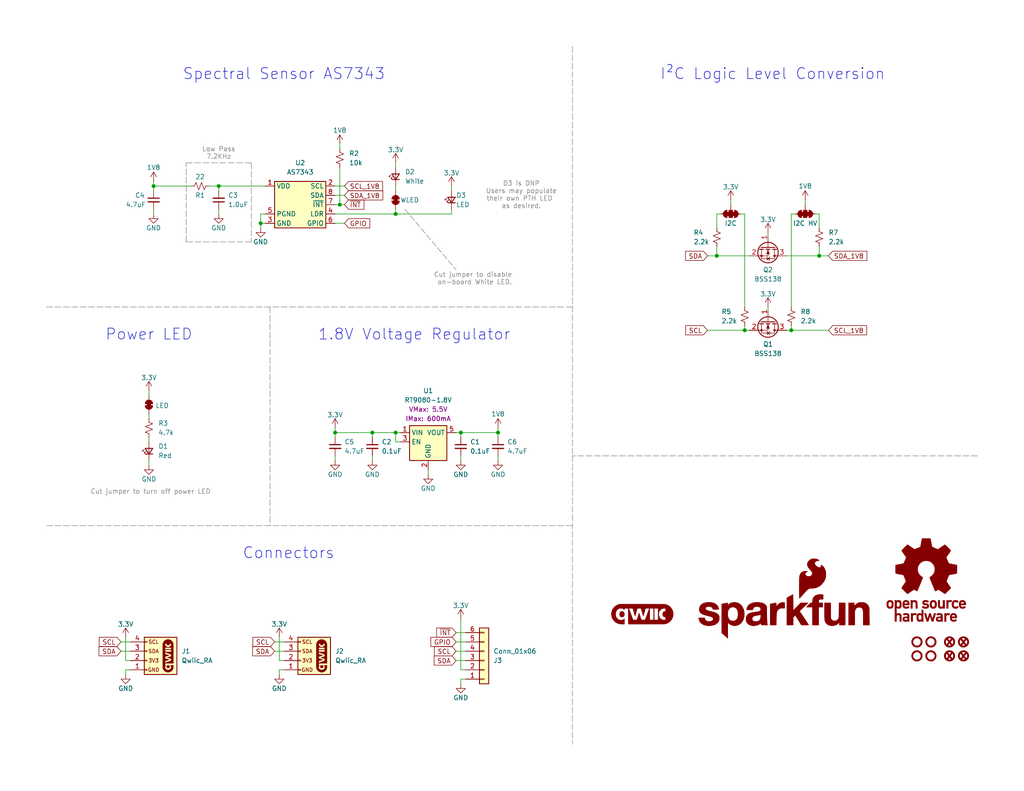
<source format=kicad_sch>
(kicad_sch (version 20231120) (generator "eeschema") (generator_version "8.0")
  (paper "USLetter")
  (title_block (title "SparkFun Spectral Sensor Breakout AS7353 Qwiic") (date "2025-04-01") (rev "v01") (comment 1 "Based off the AS726X by N. Seidle") (comment 2 "Designed by: P. Lewis"))
  (lib_symbols
    (symbol "AS7343:AS7343"
      (property "Reference" "U" (at 0 7.62 0))
      (property "Value" "AS7343" (at 0 -7.874 0))
      (symbol "AS7343_1_1"
        (pin power_in line (at -8.89 5.08 0) (length 2.54) (name "VDD") (number "1"))
        (pin input line (at 10.16 5.08 180) (length 2.54) (name "SCL") (number "2"))
        (pin power_in line (at -8.89 -5.08 0) (length 2.54) (name "GND") (number "3"))
        (pin output line (at 10.16 -2.54 180) (length 2.54) (name "LDR") (number "4"))
        (pin power_in line (at -8.89 -2.54 0) (length 2.54) (name "PGND") (number "5"))
        (pin bidirectional line (at 10.16 -5.08 180) (length 2.54) (name "GPIO") (number "6"))
        (pin output line (at 10.16 0 180) (length 2.54) (name "~{INT}") (number "7"))
        (pin bidirectional line (at 10.16 2.54 180) (length 2.54) (name "SDA") (number "8"))
      )
    )
    (symbol "AS7343:LED_White_3014_LUXEON" (pin_numbers hide) (pin_names (offset 1.016) hide)
      (property "Reference" "D" (at 0 2.54 0))
      (property "Value" "White" (at 0 -2.54 0))
      (symbol "LED_White_3014_LUXEON_1_1"
        (pin passive line (at -2.54 0 0) (length 1.778) (name "K") (number "1"))
        (pin passive line (at 2.54 0 180) (length 1.778) (name "A") (number "2"))
      )
    )
    (symbol "SparkFun-Aesthetic:Fiducial_0.5mm"
      (symbol "Fiducial_0.5mm_1_1"
        (text "x" (at 0 0.254 0) (effects (font (size 2.5 2.5) (bold yes))))
      )
    )
    (symbol "SparkFun-Aesthetic:OSHW_Logo" (pin_names (offset 1.016)) (in_bom no))
    (symbol "SparkFun-Aesthetic:SparkFun_Logo" (pin_names (offset 1.016)) (on_board no))
    (symbol "SparkFun-Aesthetic:qwiic_Logo" (pin_names (offset 1.016)) (on_board no))
    (symbol "SparkFun-Capacitor:0.1uF_0603_25V_20%" (pin_numbers hide) (pin_names (offset 0.254))
      (property "Reference" "C" (at 0.635 2.54 0))
      (property "Value" "0.1uF" (at 0.635 -2.54 0))
      (property "Voltage" "25V" (at 0 -6.35 0))
      (property "Tolerance" "20%" (at 0 -8.89 0))
      (symbol "0.1uF_0603_25V_20%_1_1"
        (pin passive line (at 0 2.54 270) (length 2.032) (name "~") (number "1"))
        (pin passive line (at 0 -2.54 90) (length 2.032) (name "~") (number "2"))
      )
    )
    (symbol "SparkFun-Capacitor:1.0uF_0603_16V_10%" (pin_numbers hide) (pin_names (offset 0.254))
      (property "Reference" "C" (at 0.635 2.54 0))
      (property "Value" "1.0uF" (at 0.635 -2.54 0))
      (property "Voltage" "16V" (at 0 -6.35 0))
      (property "Tolerance" "10%" (at 0 -8.89 0))
      (symbol "1.0uF_0603_16V_10%_1_1"
        (pin passive line (at 0 2.54 270) (length 2.032) (name "~") (number "1"))
        (pin passive line (at 0 -2.54 90) (length 2.032) (name "~") (number "2"))
      )
    )
    (symbol "SparkFun-Capacitor:4.7uF_0603_35V_20%" (pin_numbers hide) (pin_names (offset 0.254))
      (property "Reference" "C" (at 0.635 2.54 0))
      (property "Value" "4.7uF" (at 0.635 -2.54 0))
      (property "Voltage" "35V" (at 0 -6.35 0))
      (property "Tolerance" "20%" (at 0 -8.89 0))
      (symbol "4.7uF_0603_35V_20%_1_1"
        (pin passive line (at 0 2.54 270) (length 2.032) (name "~") (number "1"))
        (pin passive line (at 0 -2.54 90) (length 2.032) (name "~") (number "2"))
      )
    )
    (symbol "SparkFun-Connector:Conn_01x06" (pin_names (offset 1.016) hide)
      (property "Reference" "J" (at 0 7.62 0))
      (property "Value" "Conn_01x06" (at 0 -10.16 0))
      (symbol "Conn_01x06_1_1"
        (pin passive line (at -5.08 5.08 0) (length 3.81) (name "Pin_1") (number "1"))
        (pin passive line (at -5.08 2.54 0) (length 3.81) (name "Pin_2") (number "2"))
        (pin passive line (at -5.08 0 0) (length 3.81) (name "Pin_3") (number "3"))
        (pin passive line (at -5.08 -2.54 0) (length 3.81) (name "Pin_4") (number "4"))
        (pin passive line (at -5.08 -5.08 0) (length 3.81) (name "Pin_5") (number "5"))
        (pin passive line (at -5.08 -7.62 0) (length 3.81) (name "Pin_6") (number "6"))
      )
    )
    (symbol "SparkFun-Connector:Qwiic_Right_Angle" (pin_names (offset 1.016) hide)
      (property "Reference" "J" (at 0 5.08 0))
      (property "Value" "Qwiic_RA" (at 0 -7.62 0))
      (symbol "Qwiic_Right_Angle_1_1"
        (text "3V3" (at 1.27 -2.54 0) (effects (font (size 1 1))))
        (text "GND" (at 1.27 -5.08 0) (effects (font (size 1 1))))
        (text "SCL" (at 1.27 2.54 0) (effects (font (size 1 1))))
        (text "SDA" (at 1.27 0 0) (effects (font (size 1 1))))
        (pin passive line (at -5.08 -5.08 0) (length 3.81) (name "Pin_1") (number "1"))
        (pin passive line (at -5.08 -2.54 0) (length 3.81) (name "Pin_2") (number "2"))
        (pin passive line (at -5.08 0 0) (length 3.81) (name "Pin_3") (number "3"))
        (pin passive line (at -5.08 2.54 0) (length 3.81) (name "Pin_4") (number "4"))
        (pin no_connect line (at 5.08 3.81 270) (length 2.54) hide (name "NC") (number "NC1"))
        (pin no_connect line (at 6.35 3.81 270) (length 2.54) hide (name "NC") (number "NC2"))
      )
    )
    (symbol "SparkFun-DiscreteSemi:Q_NMOS_0.2A_50V" (pin_names (offset 0) hide)
      (property "Reference" "Q" (at 5.08 1.27 0))
      (property "Value" "BSS138" (at 5.08 -1.27 0))
      (property "IMax" "0.2A" (at 7.62 -3.81 0))
      (property "VMax" "50V" (at 7.62 -6.35 0))
      (symbol "Q_NMOS_0.2A_50V_1_1"
        (pin input line (at -2.54 0 0) (length 0) (name "G") (number "1"))
        (pin passive line (at 2.54 -5.08 90) (length 2.54) (name "S") (number "2"))
        (pin passive line (at 2.54 5.08 270) (length 2.54) (name "D") (number "3"))
      )
    )
    (symbol "SparkFun-Hardware:Standoff")
    (symbol "SparkFun-Jumper:SolderJumper_2_Bridged" (pin_numbers hide) (pin_names (offset 0) hide)
      (property "Reference" "JP" (at 0 2.032 0))
      (property "Value" "~" (at 0 -2.54 0))
      (symbol "SolderJumper_2_Bridged_1_1"
        (pin passive line (at -2.54 0 0) (length 1.27) (name "A") (number "1"))
        (pin passive line (at 2.54 0 180) (length 1.27) (name "B") (number "2"))
      )
    )
    (symbol "SparkFun-Jumper:SolderJumper_3_Bridged123" (pin_numbers hide) (pin_names (offset 0) hide)
      (property "Reference" "JP" (at 0 2.54 0))
      (property "Value" "~" (at 3.81 1.27 0))
      (symbol "SolderJumper_3_Bridged123_1_1"
        (pin passive line (at -2.54 0 0) (length 1.27) (name "A") (number "1"))
        (pin passive line (at 0 -2.54 90) (length 1.27) (name "B") (number "2"))
        (pin passive line (at 2.54 0 180) (length 1.27) (name "C") (number "3"))
      )
    )
    (symbol "SparkFun-LED:LED_PTH" (pin_numbers hide) (pin_names (offset 1.016) hide)
      (property "Reference" "D" (at 0 2.54 0))
      (property "Value" "LED" (at 0 -2.54 0))
      (symbol "LED_PTH_1_1"
        (pin passive line (at -2.54 0 0) (length 1.778) (name "K") (number "1"))
        (pin passive line (at 2.54 0 180) (length 1.778) (name "A") (number "2"))
      )
    )
    (symbol "SparkFun-LED:LED_Red_0603" (pin_numbers hide) (pin_names (offset 1.016) hide)
      (property "Reference" "D" (at 0 2.54 0))
      (property "Value" "Red" (at 0 -2.54 0))
      (symbol "LED_Red_0603_1_1"
        (pin passive line (at -2.54 0 0) (length 1.778) (name "K") (number "1"))
        (pin passive line (at 2.54 0 180) (length 1.778) (name "A") (number "2"))
      )
    )
    (symbol "SparkFun-PowerSymbol:3.3V" (power) (pin_names (offset 0))
      (property "Value" "3.3V" (at 0 3.81 0))
      (symbol "3.3V_1_1"
        (pin power_in line (at 0 0 90) (length 0) hide (name "3.3V") (number "1"))
      )
    )
    (symbol "SparkFun-PowerSymbol:GND" (power) (pin_names (offset 0))
      (property "Value" "GND" (at 0 -3.81 0))
      (symbol "GND_1_1"
        (pin power_in line (at 0 0 270) (length 0) hide (name "GND") (number "1"))
      )
    )
    (symbol "SparkFun-PowerSymbol:VCC" (power) (pin_names (offset 0))
      (property "Value" "VCC" (at 0 3.81 0))
      (symbol "VCC_1_1"
        (pin power_in line (at 0 0 90) (length 0) hide (name "VCC") (number "1"))
      )
    )
    (symbol "SparkFun-Regulator:RT9080-1.8"
      (property "Reference" "U" (at 0 13.97 0))
      (property "Value" "RT9080-1.8V" (at 0 11.43 0))
      (property "VMax" "5.5V" (at 0 8.89 0) (show_name))
      (property "IMax" "600mA" (at 0 6.35 0) (show_name))
      (symbol "RT9080-1.8_1_1"
        (pin power_in line (at -7.62 2.54 0) (length 2.54) (name "VIN") (number "1"))
        (pin power_in line (at 0 -7.62 90) (length 2.54) (name "GND") (number "2"))
        (pin input line (at -7.62 0 0) (length 2.54) (name "EN") (number "3"))
        (pin no_connect line (at 5.08 0 180) (length 2.54) hide (name "NC") (number "4"))
        (pin power_out line (at 7.62 2.54 180) (length 2.54) (name "VOUT") (number "5"))
      )
    )
    (symbol "SparkFun-Resistor:10k_0603" (pin_numbers hide) (pin_names (offset 0))
      (property "Reference" "R" (at 0 -2.54 0))
      (property "Value" "10k" (at 0 2.54 0))
      (symbol "10k_0603_1_1"
        (pin passive line (at -2.54 0 0) (length 1.016) (name "~") (number "1"))
        (pin passive line (at 2.54 0 180) (length 1.016) (name "~") (number "2"))
      )
    )
    (symbol "SparkFun-Resistor:2.2k_0603" (pin_numbers hide) (pin_names (offset 0))
      (property "Reference" "R" (at 0 -2.54 0))
      (property "Value" "2.2k" (at 0 2.54 0))
      (symbol "2.2k_0603_1_1"
        (pin passive line (at -2.54 0 0) (length 1.016) (name "~") (number "1"))
        (pin passive line (at 2.54 0 180) (length 1.016) (name "~") (number "2"))
      )
    )
    (symbol "SparkFun-Resistor:22_0603" (pin_numbers hide) (pin_names (offset 0))
      (property "Reference" "R" (at 0 -2.54 0))
      (property "Value" "22" (at 0 2.54 0))
      (symbol "22_0603_1_1"
        (pin passive line (at -2.54 0 0) (length 1.016) (name "~") (number "1"))
        (pin passive line (at 2.54 0 180) (length 1.016) (name "~") (number "2"))
      )
    )
    (symbol "SparkFun-Resistor:4.7k_0603" (pin_numbers hide) (pin_names (offset 0))
      (property "Reference" "R" (at 0 -2.54 0))
      (property "Value" "4.7k" (at 0 2.54 0))
      (symbol "4.7k_0603_1_1"
        (pin passive line (at -2.54 0 0) (length 1.016) (name "~") (number "1"))
        (pin passive line (at 2.54 0 180) (length 1.016) (name "~") (number "2"))
      )
    )
  )
  (junction (at 71.12 60.96))
  (junction (at 101.6 118.11))
  (junction (at 41.91 50.8))
  (junction (at 59.69 50.8))
  (junction (at 91.44 118.11))
  (junction (at 107.95 118.11))
  (junction (at 125.73 118.11))
  (junction (at 135.89 118.11))
  (junction (at 223.52 69.85))
  (junction (at 215.9 90.17))
  (junction (at 203.2 90.17))
  (junction (at 107.95 58.42))
  (junction (at 195.58 69.85))
  (junction (at 92.71 55.88))
  (wire (pts (xy 223.52 67.31) (xy 223.52 69.85)))
  (wire (pts (xy 72.39 60.96) (xy 71.12 60.96)))
  (polyline (pts (xy 68.58 44.45) (xy 68.58 66.04)) (stroke (width 0) (type dash) (color 132 132 132 1)))
  (wire (pts (xy 199.39 54.61) (xy 199.39 55.88)))
  (wire (pts (xy 201.93 58.42) (xy 203.2 58.42)))
  (wire (pts (xy 77.47 180.34) (xy 76.2 180.34)))
  (wire (pts (xy 124.46 118.11) (xy 125.73 118.11)))
  (wire (pts (xy 124.46 180.34) (xy 127 180.34)))
  (wire (pts (xy 92.71 55.88) (xy 93.98 55.88)))
  (wire (pts (xy 219.71 54.61) (xy 219.71 55.88)))
  (wire (pts (xy 76.2 173.99) (xy 76.2 180.34)))
  (wire (pts (xy 91.44 119.38) (xy 91.44 118.11)))
  (wire (pts (xy 35.56 182.88) (xy 34.29 182.88)))
  (wire (pts (xy 101.6 118.11) (xy 107.95 118.11)))
  (wire (pts (xy 195.58 58.42) (xy 196.85 58.42)))
  (wire (pts (xy 222.25 58.42) (xy 223.52 58.42)))
  (wire (pts (xy 195.58 69.85) (xy 204.47 69.85)))
  (wire (pts (xy 193.04 69.85) (xy 195.58 69.85)))
  (wire (pts (xy 214.63 90.17) (xy 215.9 90.17)))
  (wire (pts (xy 109.22 120.65) (xy 107.95 120.65)))
  (wire (pts (xy 91.44 124.46) (xy 91.44 125.73)))
  (wire (pts (xy 215.9 58.42) (xy 217.17 58.42)))
  (wire (pts (xy 40.64 119.38) (xy 40.64 120.65)))
  (wire (pts (xy 203.2 58.42) (xy 203.2 83.82)))
  (polyline (pts (xy 68.58 66.04) (xy 50.8 66.04)) (stroke (width 0) (type dash) (color 132 132 132 1)))
  (wire (pts (xy 59.69 50.8) (xy 72.39 50.8)))
  (wire (pts (xy 123.19 50.8) (xy 123.19 52.07)))
  (wire (pts (xy 59.69 50.8) (xy 59.69 52.07)))
  (wire (pts (xy 124.46 177.8) (xy 127 177.8)))
  (wire (pts (xy 223.52 58.42) (xy 223.52 62.23)))
  (wire (pts (xy 74.93 175.26) (xy 77.47 175.26)))
  (wire (pts (xy 71.12 60.96) (xy 71.12 62.23)))
  (wire (pts (xy 33.02 177.8) (xy 35.56 177.8)))
  (polyline (pts (xy 266.7 124.46) (xy 156.21 124.46)) (stroke (width 0) (type dash) (color 132 132 132 1)))
  (wire (pts (xy 101.6 119.38) (xy 101.6 118.11)))
  (wire (pts (xy 35.56 180.34) (xy 34.29 180.34)))
  (wire (pts (xy 92.71 39.37) (xy 92.71 40.64)))
  (wire (pts (xy 92.71 45.72) (xy 92.71 55.88)))
  (wire (pts (xy 125.73 124.46) (xy 125.73 125.73)))
  (wire (pts (xy 223.52 69.85) (xy 226.06 69.85)))
  (wire (pts (xy 195.58 67.31) (xy 195.58 69.85)))
  (wire (pts (xy 41.91 57.15) (xy 41.91 58.42)))
  (wire (pts (xy 127 185.42) (xy 125.73 185.42)))
  (wire (pts (xy 107.95 120.65) (xy 107.95 118.11)))
  (wire (pts (xy 91.44 60.96) (xy 93.98 60.96)))
  (wire (pts (xy 109.22 118.11) (xy 107.95 118.11)))
  (wire (pts (xy 125.73 118.11) (xy 135.89 118.11)))
  (wire (pts (xy 124.46 172.72) (xy 127 172.72)))
  (wire (pts (xy 91.44 50.8) (xy 93.98 50.8)))
  (wire (pts (xy 125.73 185.42) (xy 125.73 186.69)))
  (polyline (pts (xy 110.49 57.15) (xy 124.46 73.66)) (stroke (width 0) (type dash) (color 132 132 132 1)))
  (wire (pts (xy 40.64 125.73) (xy 40.64 127)))
  (wire (pts (xy 72.39 58.42) (xy 71.12 58.42)))
  (wire (pts (xy 57.15 50.8) (xy 59.69 50.8)))
  (wire (pts (xy 74.93 177.8) (xy 77.47 177.8)))
  (wire (pts (xy 203.2 90.17) (xy 204.47 90.17)))
  (wire (pts (xy 127 182.88) (xy 125.73 182.88)))
  (wire (pts (xy 76.2 182.88) (xy 76.2 184.15)))
  (wire (pts (xy 91.44 55.88) (xy 92.71 55.88)))
  (wire (pts (xy 107.95 44.45) (xy 107.95 45.72)))
  (wire (pts (xy 91.44 53.34) (xy 93.98 53.34)))
  (wire (pts (xy 125.73 119.38) (xy 125.73 118.11)))
  (wire (pts (xy 123.19 58.42) (xy 107.95 58.42)))
  (wire (pts (xy 135.89 124.46) (xy 135.89 125.73)))
  (polyline (pts (xy 156.21 12.7) (xy 156.21 124.46)) (stroke (width 0) (type dash) (color 132 132 132 1)))
  (wire (pts (xy 40.64 114.3) (xy 40.64 113.03)))
  (wire (pts (xy 91.44 118.11) (xy 101.6 118.11)))
  (wire (pts (xy 125.73 168.91) (xy 125.73 182.88)))
  (wire (pts (xy 214.63 69.85) (xy 223.52 69.85)))
  (wire (pts (xy 123.19 57.15) (xy 123.19 58.42)))
  (wire (pts (xy 215.9 90.17) (xy 226.06 90.17)))
  (wire (pts (xy 215.9 88.9) (xy 215.9 90.17)))
  (wire (pts (xy 116.84 128.27) (xy 116.84 129.54)))
  (wire (pts (xy 124.46 175.26) (xy 127 175.26)))
  (wire (pts (xy 107.95 58.42) (xy 107.95 57.15)))
  (polyline (pts (xy 50.8 44.45) (xy 68.58 44.45)) (stroke (width 0) (type dash) (color 132 132 132 1)))
  (polyline (pts (xy 12.7 143.51) (xy 156.21 143.51)) (stroke (width 0) (type dash) (color 132 132 132 1)))
  (wire (pts (xy 215.9 83.82) (xy 215.9 58.42)))
  (wire (pts (xy 41.91 50.8) (xy 52.07 50.8)))
  (wire (pts (xy 209.55 83.82) (xy 209.55 85.09)))
  (wire (pts (xy 77.47 182.88) (xy 76.2 182.88)))
  (wire (pts (xy 101.6 124.46) (xy 101.6 125.73)))
  (wire (pts (xy 135.89 119.38) (xy 135.89 118.11)))
  (wire (pts (xy 193.04 90.17) (xy 203.2 90.17)))
  (polyline (pts (xy 50.8 66.04) (xy 50.8 44.45)) (stroke (width 0) (type dash) (color 132 132 132 1)))
  (wire (pts (xy 40.64 106.68) (xy 40.64 107.95)))
  (wire (pts (xy 33.02 175.26) (xy 35.56 175.26)))
  (wire (pts (xy 91.44 116.84) (xy 91.44 118.11)))
  (polyline (pts (xy 73.66 83.82) (xy 73.66 143.51)) (stroke (width 0) (type dash) (color 132 132 132 1)))
  (wire (pts (xy 135.89 118.11) (xy 135.89 116.84)))
  (polyline (pts (xy 156.21 124.46) (xy 156.21 203.2)) (stroke (width 0) (type dash) (color 132 132 132 1)))
  (wire (pts (xy 209.55 63.5) (xy 209.55 64.77)))
  (wire (pts (xy 34.29 173.99) (xy 34.29 180.34)))
  (wire (pts (xy 34.29 182.88) (xy 34.29 184.15)))
  (wire (pts (xy 71.12 58.42) (xy 71.12 60.96)))
  (wire (pts (xy 91.44 58.42) (xy 107.95 58.42)))
  (wire (pts (xy 195.58 62.23) (xy 195.58 58.42)))
  (wire (pts (xy 59.69 57.15) (xy 59.69 58.42)))
  (wire (pts (xy 107.95 50.8) (xy 107.95 52.07)))
  (wire (pts (xy 41.91 50.8) (xy 41.91 49.53)))
  (polyline (pts (xy 12.7 83.82) (xy 156.21 83.82)) (stroke (width 0) (type dash) (color 132 132 132 1)))
  (wire (pts (xy 203.2 88.9) (xy 203.2 90.17)))
  (wire (pts (xy 41.91 50.8) (xy 41.91 52.07)))
  (text "Low Pass\n7.2KHz" (at 59.69 41.91 0) (effects (font (size 1.27 1.27))))
  (text "D3 is DNP\nUsers may populate\ntheir own PTH LED \nas desired." (at 142.24 53.34 0) (effects (font (size 1.27 1.27))))
  (text "1.8V Voltage Regulator" (at 113.03 91.44 0) (effects (font (size 3 3))))
  (text "I²C Logic Level Conversion" (at 210.82 20.32 0) (effects (font (size 3 3))))
  (text "Cut jumper to turn off power LED" (at 24.638 135.128 0) (effects (font (size 1.27 1.27)) (justify left bottom)))
  (text "Cut jumper to disable \non-board White LED." (at 129.54 76.2 0) (effects (font (size 1.27 1.27))))
  (text "Power LED" (at 40.64 91.44 0) (effects (font (size 3 3))))
  (text "Connectors" (at 78.74 151.13 0) (effects (font (size 3 3))))
  (text "Spectral Sensor AS7343" (at 77.47 20.32 0) (effects (font (size 3 3))))
  (global_label "SDA" (shape input) (at 124.46 180.34 180) (property "Intersheetrefs" "${INTERSHEET_REFS}" (effects (hide yes))))
  (global_label "SCL_1V8" (shape input) (at 226.06 90.17 0) (property "Intersheetrefs" "${INTERSHEET_REFS}" (effects (hide yes))))
  (global_label "GPIO" (shape input) (at 93.98 60.96 0) (property "Intersheetrefs" "${INTERSHEET_REFS}" (effects (hide yes))))
  (global_label "SCL" (shape input) (at 124.46 177.8 180) (property "Intersheetrefs" "${INTERSHEET_REFS}" (effects (hide yes))))
  (global_label "SDA" (shape input) (at 74.93 177.8 180) (property "Intersheetrefs" "${INTERSHEET_REFS}" (effects (hide yes))))
  (global_label "SDA_1V8" (shape input) (at 226.06 69.85 0) (property "Intersheetrefs" "${INTERSHEET_REFS}" (effects (hide yes))))
  (global_label "SDA" (shape input) (at 193.04 69.85 180) (property "Intersheetrefs" "${INTERSHEET_REFS}" (effects (hide yes))))
  (global_label "SCL" (shape input) (at 33.02 175.26 180) (property "Intersheetrefs" "${INTERSHEET_REFS}" (effects (hide yes))))
  (global_label "~{INT}" (shape input) (at 124.46 172.72 180) (property "Intersheetrefs" "${INTERSHEET_REFS}" (effects (hide yes))))
  (global_label "SCL" (shape input) (at 74.93 175.26 180) (property "Intersheetrefs" "${INTERSHEET_REFS}" (effects (hide yes))))
  (global_label "SDA" (shape input) (at 33.02 177.8 180) (property "Intersheetrefs" "${INTERSHEET_REFS}" (effects (hide yes))))
  (global_label "GPIO" (shape input) (at 124.46 175.26 180) (property "Intersheetrefs" "${INTERSHEET_REFS}" (effects (hide yes))))
  (global_label "SCL_1V8" (shape input) (at 93.98 50.8 0) (property "Intersheetrefs" "${INTERSHEET_REFS}" (effects (hide yes))))
  (global_label "SDA_1V8" (shape input) (at 93.98 53.34 0) (property "Intersheetrefs" "${INTERSHEET_REFS}" (effects (hide yes))))
  (global_label "~{INT}" (shape input) (at 93.98 55.88 0) (property "Intersheetrefs" "${INTERSHEET_REFS}" (effects (hide yes))))
  (global_label "SCL" (shape input) (at 193.04 90.17 180) (property "Intersheetrefs" "${INTERSHEET_REFS}" (effects (hide yes))))
  (symbol (lib_id "SparkFun-Capacitor:4.7uF_0603_35V_20%") (at 135.89 121.92 0) (unit 1)
    (property "Reference" "C6" (at 138.43 120.65 0) (effects (justify left)))
    (property "Value" "4.7uF" (at 138.43 123.19 0) (effects (justify left)))
    (property "Footprint" "SparkFun-Capacitor:C_0603_1608Metric" (effects (hide yes)))
    (property "Datasheet" "https://cdn.sparkfun.com/assets/8/a/4/a/5/Kemet_Capacitor_Datasheet.pdf" (effects (hide yes)))
    (property "Description" "Unpolarized capacitor" (effects (hide yes)))
    (property "PROD_ID" "CAP-14106" (effects (hide yes)))
    (property "Voltage" "35V" (effects (hide yes)))
    (property "Tolerance" "20%" (effects (hide yes)))
  )
  (symbol (lib_id "SparkFun-Hardware:Standoff") (at 250.19 179.07 0) (unit 1)
    (property "Reference" "ST4" (effects (hide yes)))
    (property "Value" "Standoff" (effects (hide yes)))
    (property "Footprint" "SparkFun-Hardware:Standoff" (effects (hide yes)))
    (property "Description" "Drill holes for mechanically mounting via screws, standoffs, etc." (effects (hide yes)))
  )
  (symbol (lib_id "SparkFun-PowerSymbol:GND") (at 101.6 125.73 0) (unit 1)
    (property "Reference" "#PWR013" (effects (hide yes)))
    (property "Value" "GND" (at 101.6 129.54 0))
    (property "Description" "Power symbol creates a global label with name \"GND\" , ground" (effects (hide yes)))
  )
  (symbol (lib_id "SparkFun-Resistor:2.2k_0603") (at 195.58 64.77 90) (unit 1)
    (property "Reference" "R4" (at 189.23 63.5 90) (effects (justify right)))
    (property "Value" "2.2k" (at 189.23 66.04 90) (effects (justify right)))
    (property "Footprint" "SparkFun-Resistor:R_0603_1608Metric" (effects (hide yes)))
    (property "Datasheet" "https://www.vishay.com/docs/20035/dcrcwe3.pdf" (effects (hide yes)))
    (property "Description" "Resistor" (effects (hide yes)))
    (property "PROD_ID" "RES-08272" (effects (hide yes)))
  )
  (symbol (lib_id "SparkFun-Resistor:22_0603") (at 54.61 50.8 0) (unit 1)
    (property "Reference" "R1" (at 54.61 53.34 0))
    (property "Value" "22" (at 54.61 48.26 0))
    (property "Footprint" "SparkFun-Resistor:R_0603_1608Metric" (effects (hide yes)))
    (property "Datasheet" "https://www.vishay.com/docs/20035/dcrcwe3.pdf" (effects (hide yes)))
    (property "Description" "Resistor" (effects (hide yes)))
    (property "PROD_ID" "RES-08698" (effects (hide yes)))
  )
  (symbol (lib_id "SparkFun-Resistor:2.2k_0603") (at 223.52 64.77 270) (unit 1)
    (property "Reference" "R7" (at 226.06 63.4999 90) (effects (justify left)))
    (property "Value" "2.2k" (at 226.06 66.0399 90) (effects (justify left)))
    (property "Footprint" "SparkFun-Resistor:R_0603_1608Metric" (effects (hide yes)))
    (property "Datasheet" "https://www.vishay.com/docs/20035/dcrcwe3.pdf" (effects (hide yes)))
    (property "Description" "Resistor" (effects (hide yes)))
    (property "PROD_ID" "RES-08272" (effects (hide yes)))
  )
  (symbol (lib_id "SparkFun-Aesthetic:SparkFun_Logo") (at 213.36 167.64 0) (unit 1) (on_board no)
    (property "Reference" "G2" (effects (hide yes)))
    (property "Value" "SparkFun_Logo" (effects (hide yes)))
    (property "Footprint" "SparkFun-Aesthetic:SparkFun_Logo_8mm" (effects (hide yes)))
  )
  (symbol (lib_id "SparkFun-PowerSymbol:3.3V") (at 123.19 50.8 0) (unit 1)
    (property "Reference" "#PWR018" (effects (hide yes)))
    (property "Value" "3.3V" (at 123.19 47.244 0))
    (property "Description" "Power symbol creates a global label with name \"3.3V\"" (effects (hide yes)))
  )
  (symbol (lib_id "SparkFun-Aesthetic:Fiducial_0.5mm") (at 262.89 175.26 0) (unit 1)
    (property "Reference" "FID3" (effects (hide yes)))
    (property "Value" "Fiducial_0.5mm" (effects (hide yes)))
    (property "Footprint" "SparkFun-Aesthetic:Fiducial_0.5mm_Mask1mm" (effects (hide yes)))
    (property "Description" "Fiducial Marker" (effects (hide yes)))
  )
  (symbol (lib_id "SparkFun-Aesthetic:Fiducial_0.5mm") (at 262.89 179.07 0) (unit 1)
    (property "Reference" "FID4" (effects (hide yes)))
    (property "Value" "Fiducial_0.5mm" (effects (hide yes)))
    (property "Footprint" "SparkFun-Aesthetic:Fiducial_0.5mm_Mask1mm" (effects (hide yes)))
    (property "Description" "Fiducial Marker" (effects (hide yes)))
  )
  (symbol (lib_id "SparkFun-Jumper:SolderJumper_3_Bridged123") (at 219.71 58.42 180) (unit 1)
    (property "Reference" "JP4" (effects (hide yes)))
    (property "Value" "I2C HV" (at 219.71 60.96 0))
    (property "Footprint" "SparkFun-Jumper:Jumper_3_NC-2_Trace" (effects (hide yes)))
    (property "Description" "Solder Jumper, 3-pole, pins 1+2+3 closed/bridged" (effects (hide yes)))
  )
  (symbol (lib_id "SparkFun-Capacitor:4.7uF_0603_35V_20%") (at 91.44 121.92 0) (unit 1)
    (property "Reference" "C5" (at 93.98 120.65 0) (effects (justify left)))
    (property "Value" "4.7uF" (at 93.98 123.19 0) (effects (justify left)))
    (property "Footprint" "SparkFun-Capacitor:C_0603_1608Metric" (effects (hide yes)))
    (property "Datasheet" "https://cdn.sparkfun.com/assets/8/a/4/a/5/Kemet_Capacitor_Datasheet.pdf" (effects (hide yes)))
    (property "Description" "Unpolarized capacitor" (effects (hide yes)))
    (property "PROD_ID" "CAP-14106" (effects (hide yes)))
    (property "Voltage" "35V" (effects (hide yes)))
    (property "Tolerance" "20%" (effects (hide yes)))
  )
  (symbol (lib_id "SparkFun-PowerSymbol:VCC") (at 135.89 116.84 0) (unit 1)
    (property "Reference" "#PWR05" (effects (hide yes)))
    (property "Value" "1V8" (at 135.89 113.03 0))
    (property "Description" "Power symbol creates a global label with name \"VCC\"" (effects (hide yes)))
  )
  (symbol (lib_id "SparkFun-PowerSymbol:GND") (at 125.73 186.69 0) (unit 1)
    (property "Reference" "#PWR0107" (effects (hide yes)))
    (property "Value" "GND" (at 125.73 190.5 0))
    (property "Description" "Power symbol creates a global label with name \"GND\" , ground" (effects (hide yes)))
  )
  (symbol (lib_id "SparkFun-Connector:Conn_01x06") (at 132.08 180.34 0) (mirror x) (unit 1)
    (property "Reference" "J3" (at 134.62 180.3401 0) (effects (justify left)))
    (property "Value" "Conn_01x06" (at 134.62 177.8001 0) (effects (justify left)))
    (property "Footprint" "SparkFun-Connector:1x06" (effects (hide yes)))
    (property "Description" "Basic 0.1\" PTH" (effects (hide yes)))
  )
  (symbol (lib_id "SparkFun-LED:LED_Red_0603") (at 40.64 123.19 90) (unit 1)
    (property "Reference" "D1" (at 43.18 121.8564 90) (effects (justify right)))
    (property "Value" "Red" (at 43.18 124.3964 90) (effects (justify right)))
    (property "Footprint" "SparkFun-LED:LED_0603_1608Metric_Red" (effects (hide yes)))
    (property "Datasheet" "https://docs.broadcom.com/docs/AV02-0551EN" (effects (hide yes)))
    (property "Description" "Light emitting diode" (effects (hide yes)))
    (property "PROD_ID" "DIO-17976" (effects (hide yes)))
  )
  (symbol (lib_id "SparkFun-Jumper:SolderJumper_2_Bridged") (at 107.95 54.61 270) (unit 1)
    (property "Reference" "JP3" (effects (hide yes)))
    (property "Value" "WLED" (at 109.22 54.61 90) (effects (justify left)))
    (property "Footprint" "SparkFun-Jumper:Jumper_2_NC_Trace" (effects (hide yes)))
    (property "Description" "Solder Jumper, 2-pole, closed/bridged" (effects (hide yes)))
  )
  (symbol (lib_id "SparkFun-Hardware:Standoff") (at 254 179.07 0) (unit 1)
    (property "Reference" "ST2" (effects (hide yes)))
    (property "Value" "Standoff" (effects (hide yes)))
    (property "Footprint" "SparkFun-Hardware:Standoff" (effects (hide yes)))
    (property "Description" "Drill holes for mechanically mounting via screws, standoffs, etc." (effects (hide yes)))
  )
  (symbol (lib_id "SparkFun-Resistor:2.2k_0603") (at 215.9 86.36 270) (unit 1)
    (property "Reference" "R8" (at 218.44 85.0899 90) (effects (justify left)))
    (property "Value" "2.2k" (at 218.44 87.6299 90) (effects (justify left)))
    (property "Footprint" "SparkFun-Resistor:R_0603_1608Metric" (effects (hide yes)))
    (property "Datasheet" "https://www.vishay.com/docs/20035/dcrcwe3.pdf" (effects (hide yes)))
    (property "Description" "Resistor" (effects (hide yes)))
    (property "PROD_ID" "RES-08272" (effects (hide yes)))
  )
  (symbol (lib_id "SparkFun-PowerSymbol:VCC") (at 219.71 54.61 0) (unit 1)
    (property "Reference" "#PWR02" (effects (hide yes)))
    (property "Value" "1V8" (at 219.71 50.8 0))
    (property "Description" "Power symbol creates a global label with name \"VCC\"" (effects (hide yes)))
  )
  (symbol (lib_id "SparkFun-Resistor:10k_0603") (at 92.71 43.18 90) (unit 1)
    (property "Reference" "R2" (at 95.25 41.9099 90) (effects (justify right)))
    (property "Value" "10k" (at 95.25 44.4499 90) (effects (justify right)))
    (property "Footprint" "SparkFun-Resistor:R_0603_1608Metric" (effects (hide yes)))
    (property "Datasheet" "https://www.vishay.com/docs/20035/dcrcwe3.pdf" (effects (hide yes)))
    (property "Description" "Resistor" (effects (hide yes)))
    (property "PROD_ID" "RES-00824" (effects (hide yes)))
  )
  (symbol (lib_id "SparkFun-PowerSymbol:GND") (at 125.73 125.73 0) (unit 1)
    (property "Reference" "#PWR011" (effects (hide yes)))
    (property "Value" "GND" (at 125.73 129.54 0))
    (property "Description" "Power symbol creates a global label with name \"GND\" , ground" (effects (hide yes)))
  )
  (symbol (lib_id "SparkFun-Jumper:SolderJumper_3_Bridged123") (at 199.39 58.42 180) (unit 1)
    (property "Reference" "JP2" (effects (hide yes)))
    (property "Value" "I2C" (at 199.39 60.96 0))
    (property "Footprint" "SparkFun-Jumper:Jumper_3_NC-2_Trace" (effects (hide yes)))
    (property "Description" "Solder Jumper, 3-pole, pins 1+2+3 closed/bridged" (effects (hide yes)))
  )
  (symbol (lib_id "SparkFun-Aesthetic:OSHW_Logo") (at 252.73 162.56 0) (unit 1) (in_bom no)
    (property "Reference" "G4" (effects (hide yes)))
    (property "Value" "OSHW_Logo" (effects (hide yes)))
    (property "Footprint" "SparkFun-Aesthetic:Creative_Commons_License" (effects (hide yes)))
  )
  (symbol (lib_id "SparkFun-LED:LED_PTH") (at 123.19 54.61 90) (unit 1)
    (property "Reference" "D3" (at 124.46 53.34 90) (effects (justify right)))
    (property "Value" "LED" (at 124.46 55.88 90) (effects (justify right)))
    (property "Footprint" "SparkFun-Connector:1x02" (effects (hide yes)))
    (property "Description" "Light emitting diode PTH 0.1 inch headers" (effects (hide yes)))
    (property "PROD_ID" "LED-" (effects (hide yes)))
  )
  (symbol (lib_id "SparkFun-Hardware:Standoff") (at 250.19 175.26 0) (unit 1)
    (property "Reference" "ST3" (effects (hide yes)))
    (property "Value" "Standoff" (effects (hide yes)))
    (property "Footprint" "SparkFun-Hardware:Standoff" (effects (hide yes)))
    (property "Description" "Drill holes for mechanically mounting via screws, standoffs, etc." (effects (hide yes)))
  )
  (symbol (lib_id "AS7343:AS7343") (at 81.28 55.88 0) (unit 1)
    (property "Reference" "U2" (at 81.915 44.45 0))
    (property "Value" "AS7343" (at 81.915 46.99 0))
    (property "Footprint" "AS7343:AMS_OLGA-8_2x3.1mm_P0.8mm" (effects (hide yes)))
    (property "Description" "AS7343 Spectral Sensor by AMS" (effects (hide yes)))
  )
  (symbol (lib_id "SparkFun-PowerSymbol:GND") (at 34.29 184.15 0) (unit 1)
    (property "Reference" "#PWR0123" (effects (hide yes)))
    (property "Value" "GND" (at 34.29 187.96 0))
    (property "Description" "Power symbol creates a global label with name \"GND\" , ground" (effects (hide yes)))
  )
  (symbol (lib_id "SparkFun-Regulator:RT9080-1.8") (at 116.84 120.65 0) (unit 1)
    (property "Reference" "U1" (at 116.84 106.68 0))
    (property "Value" "RT9080-1.8V" (at 116.84 109.22 0))
    (property "Footprint" "SparkFun-Semiconductor-Standard:SOT23-5" (effects (hide yes)))
    (property "Datasheet" "https://www.richtek.com/SaveDownload.aspx?specid=RT9080" (effects (hide yes)))
    (property "Description" "600mA low dropout linear regulator, with enable pin, 3.8V-6V input voltage range, 1.8V fixed positive output, SOT-23-5" (effects (hide yes)))
    (property "PROD_ID" "VREG-21045" (effects (hide yes)))
    (property "VMax" "5.5V" (at 116.84 111.76 0) (show_name yes))
    (property "IMax" "600mA" (at 116.84 114.3 0) (show_name yes))
    (property "Iq" "4uA" (effects (hide yes)))
  )
  (symbol (lib_id "SparkFun-PowerSymbol:GND") (at 76.2 184.15 0) (unit 1)
    (property "Reference" "#PWR0105" (effects (hide yes)))
    (property "Value" "GND" (at 76.2 187.96 0))
    (property "Description" "Power symbol creates a global label with name \"GND\" , ground" (effects (hide yes)))
  )
  (symbol (lib_id "SparkFun-Capacitor:4.7uF_0603_35V_20%") (at 41.91 54.61 0) (unit 1)
    (property "Reference" "C4" (at 36.83 53.34 0) (effects (justify left)))
    (property "Value" "4.7uF" (at 34.29 55.88 0) (effects (justify left)))
    (property "Footprint" "SparkFun-Capacitor:C_0603_1608Metric" (effects (hide yes)))
    (property "Datasheet" "https://cdn.sparkfun.com/assets/8/a/4/a/5/Kemet_Capacitor_Datasheet.pdf" (effects (hide yes)))
    (property "Description" "Unpolarized capacitor" (effects (hide yes)))
    (property "PROD_ID" "CAP-14106" (effects (hide yes)))
    (property "Voltage" "35V" (effects (hide yes)))
    (property "Tolerance" "20%" (effects (hide yes)))
  )
  (symbol (lib_id "SparkFun-Hardware:Standoff") (at 254 175.26 0) (unit 1)
    (property "Reference" "ST1" (effects (hide yes)))
    (property "Value" "Standoff" (effects (hide yes)))
    (property "Footprint" "SparkFun-Hardware:Standoff" (effects (hide yes)))
    (property "Description" "Drill holes for mechanically mounting via screws, standoffs, etc." (effects (hide yes)))
  )
  (symbol (lib_id "SparkFun-PowerSymbol:3.3V") (at 40.64 106.68 0) (unit 1)
    (property "Reference" "#PWR010" (effects (hide yes)))
    (property "Value" "3.3V" (at 40.64 103.124 0))
    (property "Description" "Power symbol creates a global label with name \"3.3V\"" (effects (hide yes)))
  )
  (symbol (lib_id "SparkFun-Capacitor:0.1uF_0603_25V_20%") (at 101.6 121.92 0) (unit 1)
    (property "Reference" "C2" (at 104.14 120.65 0) (effects (justify left)))
    (property "Value" "0.1uF" (at 104.14 123.19 0) (effects (justify left)))
    (property "Footprint" "SparkFun-Capacitor:C_0603_1608Metric" (effects (hide yes)))
    (property "Datasheet" "https://cdn.sparkfun.com/assets/8/a/4/a/5/Kemet_Capacitor_Datasheet.pdf" (effects (hide yes)))
    (property "Description" "Unpolarized capacitor" (effects (hide yes)))
    (property "PROD_ID" "CAP-00810" (effects (hide yes)))
    (property "Voltage" "25V" (effects (hide yes)))
    (property "Tolerance" "20%" (effects (hide yes)))
  )
  (symbol (lib_id "AS7343:LED_White_3014_LUXEON") (at 107.95 48.26 90) (unit 1)
    (property "Reference" "D2" (at 110.49 46.9264 90) (effects (justify right)))
    (property "Value" "White" (at 110.49 49.4664 90) (effects (justify right)))
    (property "Footprint" "AS7343:LUXEON_3014_SMD_LED" (effects (hide yes)))
    (property "Datasheet" "https://otmm.lumileds.com/adaptivemedia/770601a40a2e1e11ffbecd7c7e5fae5e34b9d03e" (effects (hide yes)))
    (property "Description" "Light emitting diode" (effects (hide yes)))
    (property "PROD_ID" "DIO-13728" (effects (hide yes)))
  )
  (symbol (lib_id "SparkFun-Resistor:4.7k_0603") (at 40.64 116.84 90) (unit 1)
    (property "Reference" "R3" (at 43.18 115.5699 90) (effects (justify right)))
    (property "Value" "4.7k" (at 43.18 118.1099 90) (effects (justify right)))
    (property "Footprint" "SparkFun-Resistor:R_0603_1608Metric" (effects (hide yes)))
    (property "Datasheet" "https://www.vishay.com/docs/20035/dcrcwe3.pdf" (effects (hide yes)))
    (property "Description" "Resistor" (effects (hide yes)))
    (property "PROD_ID" "RES-07857" (effects (hide yes)))
  )
  (symbol (lib_id "SparkFun-Capacitor:1.0uF_0603_16V_10%") (at 59.69 54.61 180) (unit 1)
    (property "Reference" "C3" (at 62.23 53.3273 0) (effects (justify right)))
    (property "Value" "1.0uF" (at 62.23 55.8673 0) (effects (justify right)))
    (property "Footprint" "SparkFun-Capacitor:C_0603_1608Metric" (effects (hide yes)))
    (property "Datasheet" "https://cdn.sparkfun.com/assets/8/a/4/a/5/Kemet_Capacitor_Datasheet.pdf" (effects (hide yes)))
    (property "Description" "Unpolarized capacitor" (effects (hide yes)))
    (property "PROD_ID" "CAP-13930" (effects (hide yes)))
    (property "Voltage" "16V" (effects (hide yes)))
    (property "Tolerance" "10%" (effects (hide yes)))
  )
  (symbol (lib_id "SparkFun-PowerSymbol:GND") (at 116.84 129.54 0) (unit 1)
    (property "Reference" "#PWR07" (effects (hide yes)))
    (property "Value" "GND" (at 116.84 133.35 0))
    (property "Description" "Power symbol creates a global label with name \"GND\" , ground" (effects (hide yes)))
  )
  (symbol (lib_id "SparkFun-PowerSymbol:GND") (at 41.91 58.42 0) (unit 1)
    (property "Reference" "#PWR015" (effects (hide yes)))
    (property "Value" "GND" (at 41.91 62.23 0))
    (property "Description" "Power symbol creates a global label with name \"GND\" , ground" (effects (hide yes)))
  )
  (symbol (lib_id "SparkFun-PowerSymbol:3.3V") (at 125.73 168.91 0) (unit 1)
    (property "Reference" "#PWR0106" (effects (hide yes)))
    (property "Value" "3.3V" (at 125.73 165.354 0))
    (property "Description" "Power symbol creates a global label with name \"3.3V\"" (effects (hide yes)))
  )
  (symbol (lib_id "SparkFun-Aesthetic:SparkFun_Logo") (at 213.36 167.64 0) (unit 1) (on_board no)
    (property "Reference" "G3" (effects (hide yes)))
    (property "Value" "SparkFun_Logo" (effects (hide yes)))
  )
  (symbol (lib_id "SparkFun-Aesthetic:Fiducial_0.5mm") (at 259.08 175.26 0) (unit 1)
    (property "Reference" "FID1" (effects (hide yes)))
    (property "Value" "Fiducial_0.5mm" (effects (hide yes)))
    (property "Footprint" "SparkFun-Aesthetic:Fiducial_0.5mm_Mask1mm" (effects (hide yes)))
    (property "Description" "Fiducial Marker" (effects (hide yes)))
  )
  (symbol (lib_id "SparkFun-PowerSymbol:3.3V") (at 107.95 44.45 0) (unit 1)
    (property "Reference" "#PWR017" (effects (hide yes)))
    (property "Value" "3.3V" (at 107.95 40.894 0))
    (property "Description" "Power symbol creates a global label with name \"3.3V\"" (effects (hide yes)))
  )
  (symbol (lib_id "SparkFun-Connector:Qwiic_Right_Angle") (at 40.64 177.8 0) (unit 1)
    (property "Reference" "J1" (at 49.53 177.8 0) (effects (justify left)))
    (property "Value" "Qwiic_RA" (at 49.53 180.34 0) (effects (justify left)))
    (property "Footprint" "SparkFun-Connector:JST_SMD_1.0mm-4_Black" (effects (hide yes)))
    (property "Datasheet" "https://www.jst-mfg.com/product/pdf/eng/eSH.pdf" (effects (hide yes)))
    (property "Description" "4 pin JST 1mm polarized connector for I2C" (effects (hide yes)))
    (property "PROD_ID" "CONN-13694" (effects (hide yes)))
  )
  (symbol (lib_id "SparkFun-Jumper:SolderJumper_2_Bridged") (at 40.64 110.49 90) (unit 1)
    (property "Reference" "JP1" (effects (hide yes)))
    (property "Value" "LED" (at 42.418 110.744 90) (effects (justify right)))
    (property "Footprint" "SparkFun-Jumper:Jumper_2_NC_Trace" (effects (hide yes)))
    (property "Description" "Solder Jumper, 2-pole, closed/bridged" (effects (hide yes)))
  )
  (symbol (lib_id "SparkFun-PowerSymbol:3.3V") (at 76.2 173.99 0) (unit 1)
    (property "Reference" "#PWR0108" (effects (hide yes)))
    (property "Value" "3.3V" (at 76.2 170.434 0))
    (property "Description" "Power symbol creates a global label with name \"3.3V\"" (effects (hide yes)))
  )
  (symbol (lib_id "SparkFun-Aesthetic:qwiic_Logo") (at 175.26 167.64 0) (unit 1) (on_board no)
    (property "Reference" "G1" (effects (hide yes)))
    (property "Value" "qwiic_Logo" (effects (hide yes)))
  )
  (symbol (lib_id "SparkFun-PowerSymbol:GND") (at 59.69 58.42 0) (unit 1)
    (property "Reference" "#PWR01" (effects (hide yes)))
    (property "Value" "GND" (at 59.69 62.23 0))
    (property "Description" "Power symbol creates a global label with name \"GND\" , ground" (effects (hide yes)))
  )
  (symbol (lib_id "SparkFun-PowerSymbol:3.3V") (at 209.55 63.5 0) (unit 1)
    (property "Reference" "#PWR03" (effects (hide yes)))
    (property "Value" "3.3V" (at 209.55 59.944 0))
    (property "Description" "Power symbol creates a global label with name \"3.3V\"" (effects (hide yes)))
  )
  (symbol (lib_id "SparkFun-PowerSymbol:VCC") (at 41.91 49.53 0) (unit 1)
    (property "Reference" "#PWR08" (effects (hide yes)))
    (property "Value" "1V8" (at 41.91 45.72 0))
    (property "Description" "Power symbol creates a global label with name \"VCC\"" (effects (hide yes)))
  )
  (symbol (lib_id "SparkFun-PowerSymbol:GND") (at 71.12 62.23 0) (unit 1)
    (property "Reference" "#PWR016" (effects (hide yes)))
    (property "Value" "GND" (at 71.12 66.04 0))
    (property "Description" "Power symbol creates a global label with name \"GND\" , ground" (effects (hide yes)))
  )
  (symbol (lib_id "SparkFun-PowerSymbol:3.3V") (at 199.39 54.61 0) (unit 1)
    (property "Reference" "#PWR0104" (effects (hide yes)))
    (property "Value" "3.3V" (at 199.39 51.054 0))
    (property "Description" "Power symbol creates a global label with name \"3.3V\"" (effects (hide yes)))
  )
  (symbol (lib_id "SparkFun-PowerSymbol:3.3V") (at 209.55 83.82 0) (unit 1)
    (property "Reference" "#PWR04" (effects (hide yes)))
    (property "Value" "3.3V" (at 209.55 80.264 0))
    (property "Description" "Power symbol creates a global label with name \"3.3V\"" (effects (hide yes)))
  )
  (symbol (lib_id "SparkFun-PowerSymbol:3.3V") (at 34.29 173.99 0) (unit 1)
    (property "Reference" "#PWR0124" (effects (hide yes)))
    (property "Value" "3.3V" (at 34.29 170.434 0))
    (property "Description" "Power symbol creates a global label with name \"3.3V\"" (effects (hide yes)))
  )
  (symbol (lib_id "SparkFun-PowerSymbol:GND") (at 135.89 125.73 0) (unit 1)
    (property "Reference" "#PWR012" (effects (hide yes)))
    (property "Value" "GND" (at 135.89 129.54 0))
    (property "Description" "Power symbol creates a global label with name \"GND\" , ground" (effects (hide yes)))
  )
  (symbol (lib_id "SparkFun-Capacitor:0.1uF_0603_25V_20%") (at 125.73 121.92 0) (unit 1)
    (property "Reference" "C1" (at 128.27 120.65 0) (effects (justify left)))
    (property "Value" "0.1uF" (at 128.27 123.19 0) (effects (justify left)))
    (property "Footprint" "SparkFun-Capacitor:C_0603_1608Metric" (effects (hide yes)))
    (property "Datasheet" "https://cdn.sparkfun.com/assets/8/a/4/a/5/Kemet_Capacitor_Datasheet.pdf" (effects (hide yes)))
    (property "Description" "Unpolarized capacitor" (effects (hide yes)))
    (property "PROD_ID" "CAP-00810" (effects (hide yes)))
    (property "Voltage" "25V" (effects (hide yes)))
    (property "Tolerance" "20%" (effects (hide yes)))
  )
  (symbol (lib_id "SparkFun-PowerSymbol:GND") (at 40.64 127 0) (unit 1)
    (property "Reference" "#PWR0122" (effects (hide yes)))
    (property "Value" "GND" (at 40.64 130.81 0))
    (property "Description" "Power symbol creates a global label with name \"GND\" , ground" (effects (hide yes)))
  )
  (symbol (lib_id "SparkFun-DiscreteSemi:Q_NMOS_0.2A_50V") (at 209.55 67.31 270) (unit 1)
    (property "Reference" "Q2" (at 209.55 73.66 90))
    (property "Value" "BSS138" (at 209.55 76.2 90))
    (property "Footprint" "SparkFun-Semiconductor-Standard:SOT23-3" (effects (hide yes)))
    (property "Datasheet" "https://cdn.sparkfun.com/datasheets/BreakoutBoards/BSS138.pdf" (effects (hide yes)))
    (property "Description" "N-MOSFET transistor, drain/gate/source" (effects (hide yes)))
    (property "PROD_ID" "TRANS-00830" (effects (hide yes)))
    (property "IMax" "0.2A" (effects (hide yes)))
    (property "VMax" "50V" (effects (hide yes)))
  )
  (symbol (lib_id "SparkFun-Connector:Qwiic_Right_Angle") (at 82.55 177.8 0) (unit 1)
    (property "Reference" "J2" (at 91.44 177.8 0) (effects (justify left)))
    (property "Value" "Qwiic_RA" (at 91.44 180.34 0) (effects (justify left)))
    (property "Footprint" "SparkFun-Connector:JST_SMD_1.0mm-4_Black" (effects (hide yes)))
    (property "Datasheet" "https://www.jst-mfg.com/product/pdf/eng/eSH.pdf" (effects (hide yes)))
    (property "Description" "4 pin JST 1mm polarized connector for I2C" (effects (hide yes)))
    (property "PROD_ID" "CONN-13694" (effects (hide yes)))
  )
  (symbol (lib_id "SparkFun-Aesthetic:Fiducial_0.5mm") (at 259.08 179.07 0) (unit 1)
    (property "Reference" "FID2" (effects (hide yes)))
    (property "Value" "Fiducial_0.5mm" (effects (hide yes)))
    (property "Footprint" "SparkFun-Aesthetic:Fiducial_0.5mm_Mask1mm" (effects (hide yes)))
    (property "Description" "Fiducial Marker" (effects (hide yes)))
  )
  (symbol (lib_id "SparkFun-PowerSymbol:3.3V") (at 91.44 116.84 0) (unit 1)
    (property "Reference" "#PWR06" (effects (hide yes)))
    (property "Value" "3.3V" (at 91.44 113.284 0))
    (property "Description" "Power symbol creates a global label with name \"3.3V\"" (effects (hide yes)))
  )
  (symbol (lib_id "SparkFun-Resistor:2.2k_0603") (at 203.2 86.36 270) (unit 1)
    (property "Reference" "R5" (at 196.85 85.09 90) (effects (justify left)))
    (property "Value" "2.2k" (at 196.85 87.63 90) (effects (justify left)))
    (property "Footprint" "SparkFun-Resistor:R_0603_1608Metric" (effects (hide yes)))
    (property "Datasheet" "https://www.vishay.com/docs/20035/dcrcwe3.pdf" (effects (hide yes)))
    (property "Description" "Resistor" (effects (hide yes)))
    (property "PROD_ID" "RES-08272" (effects (hide yes)))
  )
  (symbol (lib_id "SparkFun-DiscreteSemi:Q_NMOS_0.2A_50V") (at 209.55 87.63 270) (unit 1)
    (property "Reference" "Q1" (at 209.55 93.98 90))
    (property "Value" "BSS138" (at 209.55 96.52 90))
    (property "Footprint" "SparkFun-Semiconductor-Standard:SOT23-3" (effects (hide yes)))
    (property "Datasheet" "https://cdn.sparkfun.com/datasheets/BreakoutBoards/BSS138.pdf" (effects (hide yes)))
    (property "Description" "N-MOSFET transistor, drain/gate/source" (effects (hide yes)))
    (property "PROD_ID" "TRANS-00830" (effects (hide yes)))
    (property "IMax" "0.2A" (effects (hide yes)))
    (property "VMax" "50V" (effects (hide yes)))
  )
  (symbol (lib_id "SparkFun-PowerSymbol:VCC") (at 92.71 39.37 0) (unit 1)
    (property "Reference" "#PWR09" (effects (hide yes)))
    (property "Value" "1V8" (at 92.71 35.56 0))
    (property "Description" "Power symbol creates a global label with name \"VCC\"" (effects (hide yes)))
  )
  (symbol (lib_id "SparkFun-PowerSymbol:GND") (at 91.44 125.73 0) (unit 1)
    (property "Reference" "#PWR014" (effects (hide yes)))
    (property "Value" "GND" (at 91.44 129.54 0))
    (property "Description" "Power symbol creates a global label with name \"GND\" , ground" (effects (hide yes)))
  )
)
</source>
